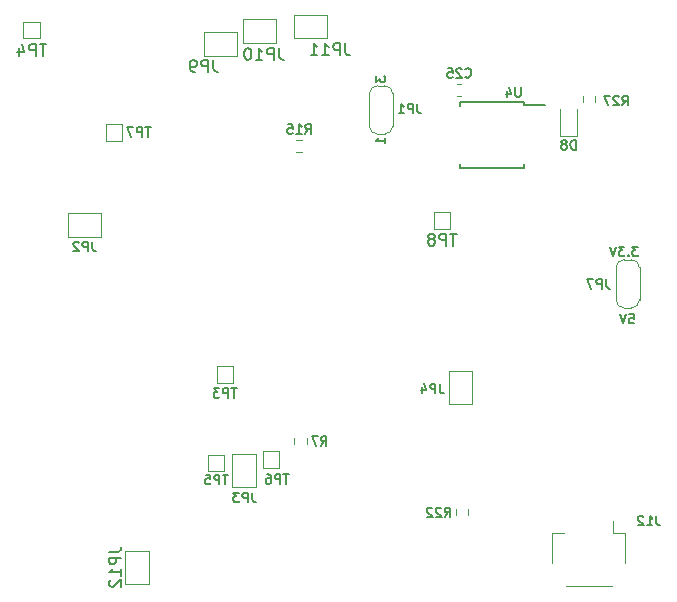
<source format=gbo>
G04 #@! TF.GenerationSoftware,KiCad,Pcbnew,(5.1.8)-1*
G04 #@! TF.CreationDate,2021-01-07T23:39:49-08:00*
G04 #@! TF.ProjectId,SuperPower-RPi-KiCAD,53757065-7250-46f7-9765-722d5250692d,rev?*
G04 #@! TF.SameCoordinates,Original*
G04 #@! TF.FileFunction,Legend,Bot*
G04 #@! TF.FilePolarity,Positive*
%FSLAX46Y46*%
G04 Gerber Fmt 4.6, Leading zero omitted, Abs format (unit mm)*
G04 Created by KiCad (PCBNEW (5.1.8)-1) date 2021-01-07 23:39:49*
%MOMM*%
%LPD*%
G01*
G04 APERTURE LIST*
%ADD10C,0.150000*%
%ADD11C,0.120000*%
G04 APERTURE END LIST*
D10*
X105152380Y-82061904D02*
X105533333Y-82061904D01*
X105571428Y-82442857D01*
X105533333Y-82404761D01*
X105457142Y-82366666D01*
X105266666Y-82366666D01*
X105190476Y-82404761D01*
X105152380Y-82442857D01*
X105114285Y-82519047D01*
X105114285Y-82709523D01*
X105152380Y-82785714D01*
X105190476Y-82823809D01*
X105266666Y-82861904D01*
X105457142Y-82861904D01*
X105533333Y-82823809D01*
X105571428Y-82785714D01*
X104885714Y-82061904D02*
X104619047Y-82861904D01*
X104352380Y-82061904D01*
X105880952Y-76361904D02*
X105385714Y-76361904D01*
X105652380Y-76666666D01*
X105538095Y-76666666D01*
X105461904Y-76704761D01*
X105423809Y-76742857D01*
X105385714Y-76819047D01*
X105385714Y-77009523D01*
X105423809Y-77085714D01*
X105461904Y-77123809D01*
X105538095Y-77161904D01*
X105766666Y-77161904D01*
X105842857Y-77123809D01*
X105880952Y-77085714D01*
X105042857Y-77085714D02*
X105004761Y-77123809D01*
X105042857Y-77161904D01*
X105080952Y-77123809D01*
X105042857Y-77085714D01*
X105042857Y-77161904D01*
X104738095Y-76361904D02*
X104242857Y-76361904D01*
X104509523Y-76666666D01*
X104395238Y-76666666D01*
X104319047Y-76704761D01*
X104280952Y-76742857D01*
X104242857Y-76819047D01*
X104242857Y-77009523D01*
X104280952Y-77085714D01*
X104319047Y-77123809D01*
X104395238Y-77161904D01*
X104623809Y-77161904D01*
X104700000Y-77123809D01*
X104738095Y-77085714D01*
X104014285Y-76361904D02*
X103747619Y-77161904D01*
X103480952Y-76361904D01*
D11*
X62470000Y-102110000D02*
X62470000Y-104910000D01*
X62470000Y-104910000D02*
X64470000Y-104910000D01*
X64470000Y-104910000D02*
X64470000Y-102110000D01*
X64470000Y-102110000D02*
X62470000Y-102110000D01*
X79520000Y-56730000D02*
X76720000Y-56730000D01*
X76720000Y-56730000D02*
X76720000Y-58730000D01*
X76720000Y-58730000D02*
X79520000Y-58730000D01*
X79520000Y-58730000D02*
X79520000Y-56730000D01*
X75270000Y-57100000D02*
X72470000Y-57100000D01*
X72470000Y-57100000D02*
X72470000Y-59100000D01*
X72470000Y-59100000D02*
X75270000Y-59100000D01*
X75270000Y-59100000D02*
X75270000Y-57100000D01*
X71950000Y-58180000D02*
X69150000Y-58180000D01*
X69150000Y-58180000D02*
X69150000Y-60180000D01*
X69150000Y-60180000D02*
X71950000Y-60180000D01*
X71950000Y-60180000D02*
X71950000Y-58180000D01*
X88590000Y-73430000D02*
X88590000Y-74830000D01*
X89990000Y-73430000D02*
X88590000Y-73430000D01*
X89990000Y-74830000D02*
X89990000Y-73430000D01*
X88590000Y-74830000D02*
X89990000Y-74830000D01*
X53840000Y-57320000D02*
X53840000Y-58720000D01*
X55240000Y-57320000D02*
X53840000Y-57320000D01*
X55240000Y-58720000D02*
X55240000Y-57320000D01*
X53840000Y-58720000D02*
X55240000Y-58720000D01*
X90599420Y-63620000D02*
X90880580Y-63620000D01*
X90599420Y-62600000D02*
X90880580Y-62600000D01*
X70200000Y-86500000D02*
X70200000Y-87900000D01*
X71600000Y-86500000D02*
X70200000Y-86500000D01*
X71600000Y-87900000D02*
X71600000Y-86500000D01*
X70200000Y-87900000D02*
X71600000Y-87900000D01*
X105310000Y-77450000D02*
X104710000Y-77450000D01*
X106010000Y-80900000D02*
X106010000Y-78100000D01*
X104710000Y-81550000D02*
X105310000Y-81550000D01*
X104010000Y-78100000D02*
X104010000Y-80900000D01*
X104710000Y-77450000D02*
G75*
G03*
X104010000Y-78150000I0J-700000D01*
G01*
X106010000Y-78150000D02*
G75*
G03*
X105310000Y-77450000I-700000J0D01*
G01*
X105310000Y-81550000D02*
G75*
G03*
X106010000Y-80850000I0J700000D01*
G01*
X104010000Y-80850000D02*
G75*
G03*
X104710000Y-81550000I700000J0D01*
G01*
X83830000Y-66830000D02*
X84430000Y-66830000D01*
X83130000Y-63380000D02*
X83130000Y-66180000D01*
X84430000Y-62730000D02*
X83830000Y-62730000D01*
X85130000Y-66180000D02*
X85130000Y-63380000D01*
X84430000Y-66830000D02*
G75*
G03*
X85130000Y-66130000I0J700000D01*
G01*
X83130000Y-66130000D02*
G75*
G03*
X83830000Y-66830000I700000J0D01*
G01*
X83830000Y-62730000D02*
G75*
G03*
X83130000Y-63430000I0J-700000D01*
G01*
X85130000Y-63430000D02*
G75*
G03*
X84430000Y-62730000I-700000J0D01*
G01*
X62200000Y-67400000D02*
X62200000Y-66000000D01*
X62200000Y-66000000D02*
X60800000Y-66000000D01*
X60800000Y-66000000D02*
X60800000Y-67400000D01*
X60800000Y-67400000D02*
X62200000Y-67400000D01*
X74100000Y-95100000D02*
X75500000Y-95100000D01*
X75500000Y-95100000D02*
X75500000Y-93700000D01*
X75500000Y-93700000D02*
X74100000Y-93700000D01*
X74100000Y-93700000D02*
X74100000Y-95100000D01*
X69460000Y-95370000D02*
X70860000Y-95370000D01*
X70860000Y-95370000D02*
X70860000Y-93970000D01*
X70860000Y-93970000D02*
X69460000Y-93970000D01*
X69460000Y-93970000D02*
X69460000Y-95370000D01*
X102272500Y-64087258D02*
X102272500Y-63612742D01*
X101227500Y-64087258D02*
X101227500Y-63612742D01*
X90477500Y-98562742D02*
X90477500Y-99037258D01*
X91522500Y-98562742D02*
X91522500Y-99037258D01*
X91850000Y-86900000D02*
X89850000Y-86900000D01*
X91850000Y-89700000D02*
X91850000Y-86900000D01*
X89850000Y-89700000D02*
X91850000Y-89700000D01*
X89850000Y-86900000D02*
X89850000Y-89700000D01*
X71500000Y-96700000D02*
X73500000Y-96700000D01*
X71500000Y-93900000D02*
X71500000Y-96700000D01*
X73500000Y-93900000D02*
X71500000Y-93900000D01*
X73500000Y-96700000D02*
X73500000Y-93900000D01*
X57600000Y-73500000D02*
X57600000Y-75500000D01*
X60400000Y-73500000D02*
X57600000Y-73500000D01*
X60400000Y-75500000D02*
X60400000Y-73500000D01*
X57600000Y-75500000D02*
X60400000Y-75500000D01*
X104810000Y-103115000D02*
X104810000Y-100615000D01*
X104810000Y-100615000D02*
X103760000Y-100615000D01*
X103760000Y-100615000D02*
X103760000Y-99625000D01*
X98590000Y-103115000D02*
X98590000Y-100615000D01*
X98590000Y-100615000D02*
X99640000Y-100615000D01*
X103640000Y-105085000D02*
X99760000Y-105085000D01*
X100735000Y-64700000D02*
X100735000Y-66985000D01*
X100735000Y-66985000D02*
X99265000Y-66985000D01*
X99265000Y-66985000D02*
X99265000Y-64700000D01*
D10*
X96270000Y-64350000D02*
X98020000Y-64350000D01*
X96270000Y-69655000D02*
X90770000Y-69655000D01*
X96270000Y-64145000D02*
X90770000Y-64145000D01*
X96270000Y-69655000D02*
X96270000Y-69355000D01*
X90770000Y-69655000D02*
X90770000Y-69355000D01*
X90770000Y-64145000D02*
X90770000Y-64445000D01*
X96270000Y-64145000D02*
X96270000Y-64350000D01*
D11*
X77437258Y-67327500D02*
X76962742Y-67327500D01*
X77437258Y-68372500D02*
X76962742Y-68372500D01*
X76777500Y-93037258D02*
X76777500Y-92562742D01*
X77822500Y-93037258D02*
X77822500Y-92562742D01*
D10*
X61122380Y-102200476D02*
X61836666Y-102200476D01*
X61979523Y-102152857D01*
X62074761Y-102057619D01*
X62122380Y-101914761D01*
X62122380Y-101819523D01*
X62122380Y-102676666D02*
X61122380Y-102676666D01*
X61122380Y-103057619D01*
X61170000Y-103152857D01*
X61217619Y-103200476D01*
X61312857Y-103248095D01*
X61455714Y-103248095D01*
X61550952Y-103200476D01*
X61598571Y-103152857D01*
X61646190Y-103057619D01*
X61646190Y-102676666D01*
X62122380Y-104200476D02*
X62122380Y-103629047D01*
X62122380Y-103914761D02*
X61122380Y-103914761D01*
X61265238Y-103819523D01*
X61360476Y-103724285D01*
X61408095Y-103629047D01*
X61217619Y-104581428D02*
X61170000Y-104629047D01*
X61122380Y-104724285D01*
X61122380Y-104962380D01*
X61170000Y-105057619D01*
X61217619Y-105105238D01*
X61312857Y-105152857D01*
X61408095Y-105152857D01*
X61550952Y-105105238D01*
X62122380Y-104533809D01*
X62122380Y-105152857D01*
X81109523Y-59152380D02*
X81109523Y-59866666D01*
X81157142Y-60009523D01*
X81252380Y-60104761D01*
X81395238Y-60152380D01*
X81490476Y-60152380D01*
X80633333Y-60152380D02*
X80633333Y-59152380D01*
X80252380Y-59152380D01*
X80157142Y-59200000D01*
X80109523Y-59247619D01*
X80061904Y-59342857D01*
X80061904Y-59485714D01*
X80109523Y-59580952D01*
X80157142Y-59628571D01*
X80252380Y-59676190D01*
X80633333Y-59676190D01*
X79109523Y-60152380D02*
X79680952Y-60152380D01*
X79395238Y-60152380D02*
X79395238Y-59152380D01*
X79490476Y-59295238D01*
X79585714Y-59390476D01*
X79680952Y-59438095D01*
X78157142Y-60152380D02*
X78728571Y-60152380D01*
X78442857Y-60152380D02*
X78442857Y-59152380D01*
X78538095Y-59295238D01*
X78633333Y-59390476D01*
X78728571Y-59438095D01*
X75509523Y-59552380D02*
X75509523Y-60266666D01*
X75557142Y-60409523D01*
X75652380Y-60504761D01*
X75795238Y-60552380D01*
X75890476Y-60552380D01*
X75033333Y-60552380D02*
X75033333Y-59552380D01*
X74652380Y-59552380D01*
X74557142Y-59600000D01*
X74509523Y-59647619D01*
X74461904Y-59742857D01*
X74461904Y-59885714D01*
X74509523Y-59980952D01*
X74557142Y-60028571D01*
X74652380Y-60076190D01*
X75033333Y-60076190D01*
X73509523Y-60552380D02*
X74080952Y-60552380D01*
X73795238Y-60552380D02*
X73795238Y-59552380D01*
X73890476Y-59695238D01*
X73985714Y-59790476D01*
X74080952Y-59838095D01*
X72890476Y-59552380D02*
X72795238Y-59552380D01*
X72700000Y-59600000D01*
X72652380Y-59647619D01*
X72604761Y-59742857D01*
X72557142Y-59933333D01*
X72557142Y-60171428D01*
X72604761Y-60361904D01*
X72652380Y-60457142D01*
X72700000Y-60504761D01*
X72795238Y-60552380D01*
X72890476Y-60552380D01*
X72985714Y-60504761D01*
X73033333Y-60457142D01*
X73080952Y-60361904D01*
X73128571Y-60171428D01*
X73128571Y-59933333D01*
X73080952Y-59742857D01*
X73033333Y-59647619D01*
X72985714Y-59600000D01*
X72890476Y-59552380D01*
X69933333Y-60552380D02*
X69933333Y-61266666D01*
X69980952Y-61409523D01*
X70076190Y-61504761D01*
X70219047Y-61552380D01*
X70314285Y-61552380D01*
X69457142Y-61552380D02*
X69457142Y-60552380D01*
X69076190Y-60552380D01*
X68980952Y-60600000D01*
X68933333Y-60647619D01*
X68885714Y-60742857D01*
X68885714Y-60885714D01*
X68933333Y-60980952D01*
X68980952Y-61028571D01*
X69076190Y-61076190D01*
X69457142Y-61076190D01*
X68409523Y-61552380D02*
X68219047Y-61552380D01*
X68123809Y-61504761D01*
X68076190Y-61457142D01*
X67980952Y-61314285D01*
X67933333Y-61123809D01*
X67933333Y-60742857D01*
X67980952Y-60647619D01*
X68028571Y-60600000D01*
X68123809Y-60552380D01*
X68314285Y-60552380D01*
X68409523Y-60600000D01*
X68457142Y-60647619D01*
X68504761Y-60742857D01*
X68504761Y-60980952D01*
X68457142Y-61076190D01*
X68409523Y-61123809D01*
X68314285Y-61171428D01*
X68123809Y-61171428D01*
X68028571Y-61123809D01*
X67980952Y-61076190D01*
X67933333Y-60980952D01*
X90531904Y-75262380D02*
X89960476Y-75262380D01*
X90246190Y-76262380D02*
X90246190Y-75262380D01*
X89627142Y-76262380D02*
X89627142Y-75262380D01*
X89246190Y-75262380D01*
X89150952Y-75310000D01*
X89103333Y-75357619D01*
X89055714Y-75452857D01*
X89055714Y-75595714D01*
X89103333Y-75690952D01*
X89150952Y-75738571D01*
X89246190Y-75786190D01*
X89627142Y-75786190D01*
X88484285Y-75690952D02*
X88579523Y-75643333D01*
X88627142Y-75595714D01*
X88674761Y-75500476D01*
X88674761Y-75452857D01*
X88627142Y-75357619D01*
X88579523Y-75310000D01*
X88484285Y-75262380D01*
X88293809Y-75262380D01*
X88198571Y-75310000D01*
X88150952Y-75357619D01*
X88103333Y-75452857D01*
X88103333Y-75500476D01*
X88150952Y-75595714D01*
X88198571Y-75643333D01*
X88293809Y-75690952D01*
X88484285Y-75690952D01*
X88579523Y-75738571D01*
X88627142Y-75786190D01*
X88674761Y-75881428D01*
X88674761Y-76071904D01*
X88627142Y-76167142D01*
X88579523Y-76214761D01*
X88484285Y-76262380D01*
X88293809Y-76262380D01*
X88198571Y-76214761D01*
X88150952Y-76167142D01*
X88103333Y-76071904D01*
X88103333Y-75881428D01*
X88150952Y-75786190D01*
X88198571Y-75738571D01*
X88293809Y-75690952D01*
X55781904Y-59212380D02*
X55210476Y-59212380D01*
X55496190Y-60212380D02*
X55496190Y-59212380D01*
X54877142Y-60212380D02*
X54877142Y-59212380D01*
X54496190Y-59212380D01*
X54400952Y-59260000D01*
X54353333Y-59307619D01*
X54305714Y-59402857D01*
X54305714Y-59545714D01*
X54353333Y-59640952D01*
X54400952Y-59688571D01*
X54496190Y-59736190D01*
X54877142Y-59736190D01*
X53448571Y-59545714D02*
X53448571Y-60212380D01*
X53686666Y-59164761D02*
X53924761Y-59879047D01*
X53305714Y-59879047D01*
X91254285Y-61965714D02*
X91292380Y-62003809D01*
X91406666Y-62041904D01*
X91482857Y-62041904D01*
X91597142Y-62003809D01*
X91673333Y-61927619D01*
X91711428Y-61851428D01*
X91749523Y-61699047D01*
X91749523Y-61584761D01*
X91711428Y-61432380D01*
X91673333Y-61356190D01*
X91597142Y-61280000D01*
X91482857Y-61241904D01*
X91406666Y-61241904D01*
X91292380Y-61280000D01*
X91254285Y-61318095D01*
X90949523Y-61318095D02*
X90911428Y-61280000D01*
X90835238Y-61241904D01*
X90644761Y-61241904D01*
X90568571Y-61280000D01*
X90530476Y-61318095D01*
X90492380Y-61394285D01*
X90492380Y-61470476D01*
X90530476Y-61584761D01*
X90987619Y-62041904D01*
X90492380Y-62041904D01*
X89768571Y-61241904D02*
X90149523Y-61241904D01*
X90187619Y-61622857D01*
X90149523Y-61584761D01*
X90073333Y-61546666D01*
X89882857Y-61546666D01*
X89806666Y-61584761D01*
X89768571Y-61622857D01*
X89730476Y-61699047D01*
X89730476Y-61889523D01*
X89768571Y-61965714D01*
X89806666Y-62003809D01*
X89882857Y-62041904D01*
X90073333Y-62041904D01*
X90149523Y-62003809D01*
X90187619Y-61965714D01*
X71889523Y-88361904D02*
X71432380Y-88361904D01*
X71660952Y-89161904D02*
X71660952Y-88361904D01*
X71165714Y-89161904D02*
X71165714Y-88361904D01*
X70860952Y-88361904D01*
X70784761Y-88400000D01*
X70746666Y-88438095D01*
X70708571Y-88514285D01*
X70708571Y-88628571D01*
X70746666Y-88704761D01*
X70784761Y-88742857D01*
X70860952Y-88780952D01*
X71165714Y-88780952D01*
X70441904Y-88361904D02*
X69946666Y-88361904D01*
X70213333Y-88666666D01*
X70099047Y-88666666D01*
X70022857Y-88704761D01*
X69984761Y-88742857D01*
X69946666Y-88819047D01*
X69946666Y-89009523D01*
X69984761Y-89085714D01*
X70022857Y-89123809D01*
X70099047Y-89161904D01*
X70327619Y-89161904D01*
X70403809Y-89123809D01*
X70441904Y-89085714D01*
X103186666Y-79121904D02*
X103186666Y-79693333D01*
X103224761Y-79807619D01*
X103300952Y-79883809D01*
X103415238Y-79921904D01*
X103491428Y-79921904D01*
X102805714Y-79921904D02*
X102805714Y-79121904D01*
X102500952Y-79121904D01*
X102424761Y-79160000D01*
X102386666Y-79198095D01*
X102348571Y-79274285D01*
X102348571Y-79388571D01*
X102386666Y-79464761D01*
X102424761Y-79502857D01*
X102500952Y-79540952D01*
X102805714Y-79540952D01*
X102081904Y-79121904D02*
X101548571Y-79121904D01*
X101891428Y-79921904D01*
X87206666Y-64261904D02*
X87206666Y-64833333D01*
X87244761Y-64947619D01*
X87320952Y-65023809D01*
X87435238Y-65061904D01*
X87511428Y-65061904D01*
X86825714Y-65061904D02*
X86825714Y-64261904D01*
X86520952Y-64261904D01*
X86444761Y-64300000D01*
X86406666Y-64338095D01*
X86368571Y-64414285D01*
X86368571Y-64528571D01*
X86406666Y-64604761D01*
X86444761Y-64642857D01*
X86520952Y-64680952D01*
X86825714Y-64680952D01*
X85606666Y-65061904D02*
X86063809Y-65061904D01*
X85835238Y-65061904D02*
X85835238Y-64261904D01*
X85911428Y-64376190D01*
X85987619Y-64452380D01*
X86063809Y-64490476D01*
X84491904Y-67608571D02*
X84491904Y-67151428D01*
X84491904Y-67380000D02*
X83691904Y-67380000D01*
X83806190Y-67303809D01*
X83882380Y-67227619D01*
X83920476Y-67151428D01*
X83691904Y-61913333D02*
X83691904Y-62408571D01*
X83996666Y-62141904D01*
X83996666Y-62256190D01*
X84034761Y-62332380D01*
X84072857Y-62370476D01*
X84149047Y-62408571D01*
X84339523Y-62408571D01*
X84415714Y-62370476D01*
X84453809Y-62332380D01*
X84491904Y-62256190D01*
X84491904Y-62027619D01*
X84453809Y-61951428D01*
X84415714Y-61913333D01*
X64609523Y-66251904D02*
X64152380Y-66251904D01*
X64380952Y-67051904D02*
X64380952Y-66251904D01*
X63885714Y-67051904D02*
X63885714Y-66251904D01*
X63580952Y-66251904D01*
X63504761Y-66290000D01*
X63466666Y-66328095D01*
X63428571Y-66404285D01*
X63428571Y-66518571D01*
X63466666Y-66594761D01*
X63504761Y-66632857D01*
X63580952Y-66670952D01*
X63885714Y-66670952D01*
X63161904Y-66251904D02*
X62628571Y-66251904D01*
X62971428Y-67051904D01*
X76299523Y-95611904D02*
X75842380Y-95611904D01*
X76070952Y-96411904D02*
X76070952Y-95611904D01*
X75575714Y-96411904D02*
X75575714Y-95611904D01*
X75270952Y-95611904D01*
X75194761Y-95650000D01*
X75156666Y-95688095D01*
X75118571Y-95764285D01*
X75118571Y-95878571D01*
X75156666Y-95954761D01*
X75194761Y-95992857D01*
X75270952Y-96030952D01*
X75575714Y-96030952D01*
X74432857Y-95611904D02*
X74585238Y-95611904D01*
X74661428Y-95650000D01*
X74699523Y-95688095D01*
X74775714Y-95802380D01*
X74813809Y-95954761D01*
X74813809Y-96259523D01*
X74775714Y-96335714D01*
X74737619Y-96373809D01*
X74661428Y-96411904D01*
X74509047Y-96411904D01*
X74432857Y-96373809D01*
X74394761Y-96335714D01*
X74356666Y-96259523D01*
X74356666Y-96069047D01*
X74394761Y-95992857D01*
X74432857Y-95954761D01*
X74509047Y-95916666D01*
X74661428Y-95916666D01*
X74737619Y-95954761D01*
X74775714Y-95992857D01*
X74813809Y-96069047D01*
X71169523Y-95679904D02*
X70712380Y-95679904D01*
X70940952Y-96479904D02*
X70940952Y-95679904D01*
X70445714Y-96479904D02*
X70445714Y-95679904D01*
X70140952Y-95679904D01*
X70064761Y-95718000D01*
X70026666Y-95756095D01*
X69988571Y-95832285D01*
X69988571Y-95946571D01*
X70026666Y-96022761D01*
X70064761Y-96060857D01*
X70140952Y-96098952D01*
X70445714Y-96098952D01*
X69264761Y-95679904D02*
X69645714Y-95679904D01*
X69683809Y-96060857D01*
X69645714Y-96022761D01*
X69569523Y-95984666D01*
X69379047Y-95984666D01*
X69302857Y-96022761D01*
X69264761Y-96060857D01*
X69226666Y-96137047D01*
X69226666Y-96327523D01*
X69264761Y-96403714D01*
X69302857Y-96441809D01*
X69379047Y-96479904D01*
X69569523Y-96479904D01*
X69645714Y-96441809D01*
X69683809Y-96403714D01*
X104564285Y-64401904D02*
X104830952Y-64020952D01*
X105021428Y-64401904D02*
X105021428Y-63601904D01*
X104716666Y-63601904D01*
X104640476Y-63640000D01*
X104602380Y-63678095D01*
X104564285Y-63754285D01*
X104564285Y-63868571D01*
X104602380Y-63944761D01*
X104640476Y-63982857D01*
X104716666Y-64020952D01*
X105021428Y-64020952D01*
X104259523Y-63678095D02*
X104221428Y-63640000D01*
X104145238Y-63601904D01*
X103954761Y-63601904D01*
X103878571Y-63640000D01*
X103840476Y-63678095D01*
X103802380Y-63754285D01*
X103802380Y-63830476D01*
X103840476Y-63944761D01*
X104297619Y-64401904D01*
X103802380Y-64401904D01*
X103535714Y-63601904D02*
X103002380Y-63601904D01*
X103345238Y-64401904D01*
X89524285Y-99241904D02*
X89790952Y-98860952D01*
X89981428Y-99241904D02*
X89981428Y-98441904D01*
X89676666Y-98441904D01*
X89600476Y-98480000D01*
X89562380Y-98518095D01*
X89524285Y-98594285D01*
X89524285Y-98708571D01*
X89562380Y-98784761D01*
X89600476Y-98822857D01*
X89676666Y-98860952D01*
X89981428Y-98860952D01*
X89219523Y-98518095D02*
X89181428Y-98480000D01*
X89105238Y-98441904D01*
X88914761Y-98441904D01*
X88838571Y-98480000D01*
X88800476Y-98518095D01*
X88762380Y-98594285D01*
X88762380Y-98670476D01*
X88800476Y-98784761D01*
X89257619Y-99241904D01*
X88762380Y-99241904D01*
X88457619Y-98518095D02*
X88419523Y-98480000D01*
X88343333Y-98441904D01*
X88152857Y-98441904D01*
X88076666Y-98480000D01*
X88038571Y-98518095D01*
X88000476Y-98594285D01*
X88000476Y-98670476D01*
X88038571Y-98784761D01*
X88495714Y-99241904D01*
X88000476Y-99241904D01*
X89116666Y-87961904D02*
X89116666Y-88533333D01*
X89154761Y-88647619D01*
X89230952Y-88723809D01*
X89345238Y-88761904D01*
X89421428Y-88761904D01*
X88735714Y-88761904D02*
X88735714Y-87961904D01*
X88430952Y-87961904D01*
X88354761Y-88000000D01*
X88316666Y-88038095D01*
X88278571Y-88114285D01*
X88278571Y-88228571D01*
X88316666Y-88304761D01*
X88354761Y-88342857D01*
X88430952Y-88380952D01*
X88735714Y-88380952D01*
X87592857Y-88228571D02*
X87592857Y-88761904D01*
X87783333Y-87923809D02*
X87973809Y-88495238D01*
X87478571Y-88495238D01*
X73216666Y-97191904D02*
X73216666Y-97763333D01*
X73254761Y-97877619D01*
X73330952Y-97953809D01*
X73445238Y-97991904D01*
X73521428Y-97991904D01*
X72835714Y-97991904D02*
X72835714Y-97191904D01*
X72530952Y-97191904D01*
X72454761Y-97230000D01*
X72416666Y-97268095D01*
X72378571Y-97344285D01*
X72378571Y-97458571D01*
X72416666Y-97534761D01*
X72454761Y-97572857D01*
X72530952Y-97610952D01*
X72835714Y-97610952D01*
X72111904Y-97191904D02*
X71616666Y-97191904D01*
X71883333Y-97496666D01*
X71769047Y-97496666D01*
X71692857Y-97534761D01*
X71654761Y-97572857D01*
X71616666Y-97649047D01*
X71616666Y-97839523D01*
X71654761Y-97915714D01*
X71692857Y-97953809D01*
X71769047Y-97991904D01*
X71997619Y-97991904D01*
X72073809Y-97953809D01*
X72111904Y-97915714D01*
X59686666Y-75931904D02*
X59686666Y-76503333D01*
X59724761Y-76617619D01*
X59800952Y-76693809D01*
X59915238Y-76731904D01*
X59991428Y-76731904D01*
X59305714Y-76731904D02*
X59305714Y-75931904D01*
X59000952Y-75931904D01*
X58924761Y-75970000D01*
X58886666Y-76008095D01*
X58848571Y-76084285D01*
X58848571Y-76198571D01*
X58886666Y-76274761D01*
X58924761Y-76312857D01*
X59000952Y-76350952D01*
X59305714Y-76350952D01*
X58543809Y-76008095D02*
X58505714Y-75970000D01*
X58429523Y-75931904D01*
X58239047Y-75931904D01*
X58162857Y-75970000D01*
X58124761Y-76008095D01*
X58086666Y-76084285D01*
X58086666Y-76160476D01*
X58124761Y-76274761D01*
X58581904Y-76731904D01*
X58086666Y-76731904D01*
X107447619Y-99161904D02*
X107447619Y-99733333D01*
X107485714Y-99847619D01*
X107561904Y-99923809D01*
X107676190Y-99961904D01*
X107752380Y-99961904D01*
X106647619Y-99961904D02*
X107104761Y-99961904D01*
X106876190Y-99961904D02*
X106876190Y-99161904D01*
X106952380Y-99276190D01*
X107028571Y-99352380D01*
X107104761Y-99390476D01*
X106342857Y-99238095D02*
X106304761Y-99200000D01*
X106228571Y-99161904D01*
X106038095Y-99161904D01*
X105961904Y-99200000D01*
X105923809Y-99238095D01*
X105885714Y-99314285D01*
X105885714Y-99390476D01*
X105923809Y-99504761D01*
X106380952Y-99961904D01*
X105885714Y-99961904D01*
X100610476Y-68131904D02*
X100610476Y-67331904D01*
X100420000Y-67331904D01*
X100305714Y-67370000D01*
X100229523Y-67446190D01*
X100191428Y-67522380D01*
X100153333Y-67674761D01*
X100153333Y-67789047D01*
X100191428Y-67941428D01*
X100229523Y-68017619D01*
X100305714Y-68093809D01*
X100420000Y-68131904D01*
X100610476Y-68131904D01*
X99696190Y-67674761D02*
X99772380Y-67636666D01*
X99810476Y-67598571D01*
X99848571Y-67522380D01*
X99848571Y-67484285D01*
X99810476Y-67408095D01*
X99772380Y-67370000D01*
X99696190Y-67331904D01*
X99543809Y-67331904D01*
X99467619Y-67370000D01*
X99429523Y-67408095D01*
X99391428Y-67484285D01*
X99391428Y-67522380D01*
X99429523Y-67598571D01*
X99467619Y-67636666D01*
X99543809Y-67674761D01*
X99696190Y-67674761D01*
X99772380Y-67712857D01*
X99810476Y-67750952D01*
X99848571Y-67827142D01*
X99848571Y-67979523D01*
X99810476Y-68055714D01*
X99772380Y-68093809D01*
X99696190Y-68131904D01*
X99543809Y-68131904D01*
X99467619Y-68093809D01*
X99429523Y-68055714D01*
X99391428Y-67979523D01*
X99391428Y-67827142D01*
X99429523Y-67750952D01*
X99467619Y-67712857D01*
X99543809Y-67674761D01*
X95959523Y-62871904D02*
X95959523Y-63519523D01*
X95921428Y-63595714D01*
X95883333Y-63633809D01*
X95807142Y-63671904D01*
X95654761Y-63671904D01*
X95578571Y-63633809D01*
X95540476Y-63595714D01*
X95502380Y-63519523D01*
X95502380Y-62871904D01*
X94778571Y-63138571D02*
X94778571Y-63671904D01*
X94969047Y-62833809D02*
X95159523Y-63405238D01*
X94664285Y-63405238D01*
X77714285Y-66781904D02*
X77980952Y-66400952D01*
X78171428Y-66781904D02*
X78171428Y-65981904D01*
X77866666Y-65981904D01*
X77790476Y-66020000D01*
X77752380Y-66058095D01*
X77714285Y-66134285D01*
X77714285Y-66248571D01*
X77752380Y-66324761D01*
X77790476Y-66362857D01*
X77866666Y-66400952D01*
X78171428Y-66400952D01*
X76952380Y-66781904D02*
X77409523Y-66781904D01*
X77180952Y-66781904D02*
X77180952Y-65981904D01*
X77257142Y-66096190D01*
X77333333Y-66172380D01*
X77409523Y-66210476D01*
X76228571Y-65981904D02*
X76609523Y-65981904D01*
X76647619Y-66362857D01*
X76609523Y-66324761D01*
X76533333Y-66286666D01*
X76342857Y-66286666D01*
X76266666Y-66324761D01*
X76228571Y-66362857D01*
X76190476Y-66439047D01*
X76190476Y-66629523D01*
X76228571Y-66705714D01*
X76266666Y-66743809D01*
X76342857Y-66781904D01*
X76533333Y-66781904D01*
X76609523Y-66743809D01*
X76647619Y-66705714D01*
X79043333Y-93221904D02*
X79310000Y-92840952D01*
X79500476Y-93221904D02*
X79500476Y-92421904D01*
X79195714Y-92421904D01*
X79119523Y-92460000D01*
X79081428Y-92498095D01*
X79043333Y-92574285D01*
X79043333Y-92688571D01*
X79081428Y-92764761D01*
X79119523Y-92802857D01*
X79195714Y-92840952D01*
X79500476Y-92840952D01*
X78776666Y-92421904D02*
X78243333Y-92421904D01*
X78586190Y-93221904D01*
M02*

</source>
